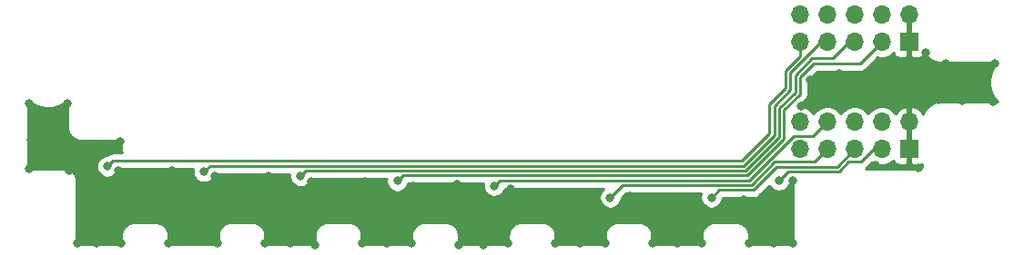
<source format=gbl>
G04 #@! TF.GenerationSoftware,KiCad,Pcbnew,(5.1.6-0-10_14)*
G04 #@! TF.CreationDate,2020-08-11T10:06:07+09:00*
G04 #@! TF.ProjectId,qPCR-photoarray,71504352-2d70-4686-9f74-6f6172726179,rev?*
G04 #@! TF.SameCoordinates,Original*
G04 #@! TF.FileFunction,Copper,L2,Bot*
G04 #@! TF.FilePolarity,Positive*
%FSLAX46Y46*%
G04 Gerber Fmt 4.6, Leading zero omitted, Abs format (unit mm)*
G04 Created by KiCad (PCBNEW (5.1.6-0-10_14)) date 2020-08-11 10:06:07*
%MOMM*%
%LPD*%
G01*
G04 APERTURE LIST*
G04 #@! TA.AperFunction,ComponentPad*
%ADD10R,1.700000X1.700000*%
G04 #@! TD*
G04 #@! TA.AperFunction,ComponentPad*
%ADD11O,1.700000X1.700000*%
G04 #@! TD*
G04 #@! TA.AperFunction,ViaPad*
%ADD12C,0.800000*%
G04 #@! TD*
G04 #@! TA.AperFunction,Conductor*
%ADD13C,0.250000*%
G04 #@! TD*
G04 #@! TA.AperFunction,Conductor*
%ADD14C,0.254000*%
G04 #@! TD*
G04 APERTURE END LIST*
D10*
G04 #@! TO.P,U2,1*
G04 #@! TO.N,GND*
X193095000Y-102000000D03*
D11*
G04 #@! TO.P,U2,2*
X193095000Y-99460000D03*
G04 #@! TO.P,U2,3*
G04 #@! TO.N,OUT16*
X190555000Y-102000000D03*
G04 #@! TO.P,U2,4*
G04 #@! TO.N,OUT15*
X190555000Y-99460000D03*
G04 #@! TO.P,U2,5*
G04 #@! TO.N,OUT14*
X188015000Y-102000000D03*
G04 #@! TO.P,U2,6*
G04 #@! TO.N,OUT13*
X188015000Y-99460000D03*
G04 #@! TO.P,U2,7*
G04 #@! TO.N,OUT12*
X185475000Y-102000000D03*
G04 #@! TO.P,U2,8*
G04 #@! TO.N,OUT10*
X185475000Y-99460000D03*
G04 #@! TO.P,U2,9*
G04 #@! TO.N,OUT11*
X182935000Y-102000000D03*
G04 #@! TO.P,U2,10*
G04 #@! TO.N,OUT9*
X182935000Y-99460000D03*
G04 #@! TD*
G04 #@! TO.P,U1,10*
G04 #@! TO.N,OUT1*
X182935000Y-89460000D03*
G04 #@! TO.P,U1,9*
G04 #@! TO.N,OUT2*
X182935000Y-92000000D03*
G04 #@! TO.P,U1,8*
G04 #@! TO.N,OUT3*
X185475000Y-89460000D03*
G04 #@! TO.P,U1,7*
G04 #@! TO.N,OUT4*
X185475000Y-92000000D03*
G04 #@! TO.P,U1,6*
G04 #@! TO.N,OUT5*
X188015000Y-89460000D03*
G04 #@! TO.P,U1,5*
G04 #@! TO.N,OUT6*
X188015000Y-92000000D03*
G04 #@! TO.P,U1,4*
G04 #@! TO.N,OUT7*
X190555000Y-89460000D03*
G04 #@! TO.P,U1,3*
G04 #@! TO.N,OUT8*
X190555000Y-92000000D03*
G04 #@! TO.P,U1,2*
G04 #@! TO.N,GND*
X193095000Y-89460000D03*
D10*
G04 #@! TO.P,U1,1*
X193095000Y-92000000D03*
G04 #@! TD*
D12*
G04 #@! TO.N,GND*
X111200000Y-97700000D03*
X194500000Y-97000000D03*
X189500000Y-98000000D03*
X195800000Y-97400000D03*
X194600000Y-93000000D03*
X201100000Y-94000000D03*
X198200000Y-95500000D03*
X196500000Y-94000000D03*
X200000000Y-95000000D03*
X114800000Y-97700000D03*
X111400000Y-101100000D03*
X111200000Y-103800000D03*
X119700000Y-101300000D03*
X115000000Y-101000000D03*
X115000000Y-104000000D03*
X119500000Y-104000000D03*
X124500000Y-104000000D03*
X122000000Y-108500000D03*
X117500000Y-110800000D03*
X135500000Y-110800000D03*
X144500000Y-110800000D03*
X153500000Y-110900000D03*
X162500000Y-110800000D03*
X171500000Y-110800000D03*
X180500000Y-110800000D03*
X182300000Y-110800000D03*
X178200000Y-110800000D03*
X173800000Y-110800000D03*
X169200000Y-110800000D03*
X164800000Y-110800000D03*
X160200000Y-110800000D03*
X155800000Y-110800000D03*
X151200000Y-110900000D03*
X146800000Y-110800000D03*
X142200000Y-110800000D03*
X137800000Y-110900000D03*
X133200000Y-110800000D03*
X128800000Y-110800000D03*
X124200000Y-110800000D03*
X119800000Y-110800000D03*
X115700000Y-110800000D03*
X122000000Y-106000000D03*
X131000000Y-106000000D03*
X131000000Y-108500000D03*
X128500000Y-104500000D03*
X133500000Y-104500000D03*
X140000000Y-108500000D03*
X140000000Y-106000000D03*
X142500000Y-105000000D03*
X137500000Y-105000000D03*
X149000000Y-108500000D03*
X149000000Y-106500000D03*
X147000000Y-105400000D03*
X151000000Y-105300000D03*
X158000000Y-108500000D03*
X158000000Y-106500000D03*
X156000000Y-105700000D03*
X159800000Y-106000000D03*
X176000000Y-108500000D03*
X174000000Y-107500000D03*
X177700000Y-106700000D03*
X190000000Y-103500000D03*
X183900000Y-95500000D03*
X183000000Y-98000000D03*
X186500000Y-98000000D03*
X192000000Y-98000000D03*
X186600000Y-94900000D03*
X190300000Y-93800000D03*
X185500000Y-96500000D03*
X188500000Y-96000000D03*
X191000000Y-96000000D03*
X193000000Y-95500000D03*
X200900000Y-97600000D03*
X198000000Y-97500000D03*
X113000000Y-103000000D03*
X113000000Y-99000000D03*
X116300000Y-102700000D03*
X167000000Y-108500000D03*
X168600000Y-106500000D03*
X167100000Y-106400000D03*
X194000000Y-103700000D03*
X182300000Y-104900000D03*
G04 #@! TO.N,OUT2*
X118500000Y-103600010D03*
G04 #@! TO.N,OUT4*
X127500000Y-104100000D03*
G04 #@! TO.N,OUT6*
X136500000Y-104500028D03*
G04 #@! TO.N,OUT8*
X145500000Y-104950038D03*
G04 #@! TO.N,OUT10*
X154500000Y-105400046D03*
G04 #@! TO.N,OUT12*
X165300000Y-106500000D03*
G04 #@! TO.N,OUT14*
X174700000Y-106500000D03*
G04 #@! TO.N,OUT16*
X181000000Y-104900000D03*
G04 #@! TD*
D13*
G04 #@! TO.N,GND*
X119500000Y-104000000D02*
X118500000Y-105000000D01*
X118500000Y-105000000D02*
X117500000Y-104000000D01*
X116500000Y-103000000D02*
X116500000Y-104000000D01*
X116500000Y-104000000D02*
X115000000Y-104000000D01*
X117500000Y-104000000D02*
X116500000Y-104000000D01*
G04 #@! TO.N,OUT2*
X119000010Y-103100000D02*
X118500000Y-103600010D01*
X177500000Y-103100000D02*
X119000010Y-103100000D01*
X182935000Y-93365000D02*
X182935000Y-92000000D01*
X177500000Y-103100000D02*
X180100000Y-100500000D01*
X180100000Y-100500000D02*
X180100000Y-97800000D01*
X180100000Y-97800000D02*
X181600000Y-96300000D01*
X181600000Y-94700000D02*
X182935000Y-93365000D01*
X181600000Y-96300000D02*
X181600000Y-94700000D01*
G04 #@! TO.N,OUT4*
X185475000Y-92635358D02*
X185475000Y-92000000D01*
X128049990Y-103550010D02*
X177686401Y-103550009D01*
X127500000Y-104100000D02*
X128049990Y-103550010D01*
X177686401Y-103550009D02*
X180550010Y-100686400D01*
X180550010Y-100686400D02*
X180550010Y-97986400D01*
X180550010Y-97986400D02*
X182050010Y-96486400D01*
X182050010Y-96486400D02*
X182050010Y-94886400D01*
X184936410Y-92000000D02*
X185475000Y-92000000D01*
X182050010Y-94886400D02*
X184936410Y-92000000D01*
G04 #@! TO.N,OUT6*
X184036410Y-93536410D02*
X185963590Y-93536410D01*
X185963590Y-93536410D02*
X187500000Y-92000000D01*
X136500000Y-104500028D02*
X137000010Y-104000018D01*
X187500000Y-92000000D02*
X188015000Y-92000000D01*
X137000010Y-104000018D02*
X177872802Y-104000018D01*
X182500020Y-96672800D02*
X182500020Y-95072800D01*
X182500020Y-95072800D02*
X184036410Y-93536410D01*
X181000020Y-98172800D02*
X182500020Y-96672800D01*
X181000020Y-100872800D02*
X181000020Y-98172800D01*
X177872802Y-104000018D02*
X181000020Y-100872800D01*
G04 #@! TO.N,OUT8*
X190536410Y-92000000D02*
X190555000Y-92000000D01*
X184222810Y-93986420D02*
X188568580Y-93986420D01*
X145500000Y-104950038D02*
X146000010Y-104450028D01*
X188568580Y-93986420D02*
X190555000Y-92000000D01*
X146000010Y-104450028D02*
X178059203Y-104450027D01*
X178059203Y-104450027D02*
X181450030Y-101059200D01*
X181450030Y-98359200D02*
X182950030Y-96859200D01*
X181450030Y-101059200D02*
X181450030Y-98359200D01*
X182950030Y-95259200D02*
X184222810Y-93986420D01*
X182950030Y-96859200D02*
X182950030Y-95259200D01*
G04 #@! TO.N,OUT10*
X184135000Y-100800000D02*
X185475000Y-99460000D01*
X182345640Y-100800000D02*
X184135000Y-100800000D01*
X178245604Y-104900036D02*
X182345640Y-100800000D01*
X155000010Y-104900036D02*
X178245604Y-104900036D01*
X154500000Y-105400046D02*
X155000010Y-104900036D01*
G04 #@! TO.N,OUT12*
X185475000Y-102547820D02*
X185475000Y-102000000D01*
X185100000Y-102000000D02*
X185475000Y-102000000D01*
X180607049Y-103175001D02*
X184299999Y-103175001D01*
X178432005Y-105350045D02*
X180607049Y-103175001D01*
X184299999Y-103175001D02*
X185475000Y-102000000D01*
X166449954Y-105350046D02*
X178432005Y-105350045D01*
X165300000Y-106500000D02*
X166449954Y-105350046D01*
G04 #@! TO.N,OUT14*
X187500000Y-102000000D02*
X188015000Y-102000000D01*
X180793449Y-103625011D02*
X186389989Y-103625011D01*
X186389989Y-103625011D02*
X188015000Y-102000000D01*
X178618406Y-105800054D02*
X180793449Y-103625011D01*
X175399946Y-105800054D02*
X178618406Y-105800054D01*
X174700000Y-106500000D02*
X175399946Y-105800054D01*
G04 #@! TO.N,OUT16*
X190390412Y-102000000D02*
X190555000Y-102000000D01*
X190200000Y-102000000D02*
X190555000Y-102000000D01*
X189800000Y-102000000D02*
X190555000Y-102000000D01*
X188624999Y-103175001D02*
X189800000Y-102000000D01*
X187476409Y-103175001D02*
X188624999Y-103175001D01*
X181824979Y-104075021D02*
X181000000Y-104900000D01*
X186675705Y-103975705D02*
X186576389Y-104075021D01*
X186576390Y-104075020D02*
X186675705Y-103975705D01*
X186576389Y-104075021D02*
X181824979Y-104075021D01*
X186675705Y-103975705D02*
X187476409Y-103175001D01*
G04 #@! TD*
D14*
G04 #@! TO.N,GND*
G36*
X114815000Y-100033646D02*
G01*
X114817852Y-100062600D01*
X114817831Y-100065573D01*
X114818764Y-100075092D01*
X114823824Y-100123233D01*
X114824912Y-100134282D01*
X114825024Y-100134650D01*
X114828964Y-100172140D01*
X114841455Y-100232990D01*
X114853082Y-100293942D01*
X114855845Y-100303096D01*
X114855847Y-100303102D01*
X114884702Y-100396317D01*
X114908754Y-100453533D01*
X114932020Y-100511119D01*
X114936510Y-100519564D01*
X114982923Y-100605401D01*
X115017638Y-100656867D01*
X115051636Y-100708821D01*
X115057680Y-100716232D01*
X115119882Y-100791421D01*
X115163930Y-100835162D01*
X115207369Y-100879522D01*
X115214739Y-100885618D01*
X115214744Y-100885623D01*
X115214750Y-100885627D01*
X115290360Y-100947294D01*
X115342041Y-100981632D01*
X115393306Y-101016733D01*
X115401719Y-101021282D01*
X115487880Y-101067094D01*
X115545296Y-101090758D01*
X115602339Y-101115208D01*
X115611475Y-101118036D01*
X115704893Y-101146241D01*
X115765813Y-101158303D01*
X115826530Y-101171209D01*
X115836042Y-101172209D01*
X115933159Y-101181731D01*
X115933163Y-101181731D01*
X115966353Y-101185000D01*
X119815000Y-101185000D01*
X119815001Y-102033647D01*
X119817852Y-102062591D01*
X119817831Y-102065573D01*
X119818764Y-102075092D01*
X119823838Y-102123369D01*
X119824913Y-102134283D01*
X119825023Y-102134647D01*
X119828964Y-102172140D01*
X119841455Y-102232990D01*
X119853082Y-102293942D01*
X119855845Y-102303096D01*
X119855847Y-102303102D01*
X119867269Y-102340000D01*
X119037333Y-102340000D01*
X119000010Y-102336324D01*
X118962687Y-102340000D01*
X118962677Y-102340000D01*
X118851024Y-102350997D01*
X118727309Y-102388525D01*
X118707763Y-102394454D01*
X118575733Y-102465026D01*
X118547656Y-102488069D01*
X118460009Y-102559999D01*
X118455897Y-102565010D01*
X118398061Y-102565010D01*
X118198102Y-102604784D01*
X118009744Y-102682805D01*
X117840226Y-102796073D01*
X117696063Y-102940236D01*
X117582795Y-103109754D01*
X117504774Y-103298112D01*
X117465000Y-103498071D01*
X117465000Y-103701949D01*
X117504774Y-103901908D01*
X117582795Y-104090266D01*
X117696063Y-104259784D01*
X117840226Y-104403947D01*
X118009744Y-104517215D01*
X118198102Y-104595236D01*
X118398061Y-104635010D01*
X118601939Y-104635010D01*
X118801898Y-104595236D01*
X118990256Y-104517215D01*
X119159774Y-104403947D01*
X119303937Y-104259784D01*
X119417205Y-104090266D01*
X119495226Y-103901908D01*
X119503562Y-103860000D01*
X126492462Y-103860000D01*
X126465000Y-103998061D01*
X126465000Y-104201939D01*
X126504774Y-104401898D01*
X126582795Y-104590256D01*
X126696063Y-104759774D01*
X126840226Y-104903937D01*
X127009744Y-105017205D01*
X127198102Y-105095226D01*
X127398061Y-105135000D01*
X127601939Y-105135000D01*
X127801898Y-105095226D01*
X127990256Y-105017205D01*
X128159774Y-104903937D01*
X128303937Y-104759774D01*
X128417205Y-104590256D01*
X128495226Y-104401898D01*
X128513504Y-104310010D01*
X135482520Y-104310010D01*
X135465000Y-104398089D01*
X135465000Y-104601967D01*
X135504774Y-104801926D01*
X135582795Y-104990284D01*
X135696063Y-105159802D01*
X135840226Y-105303965D01*
X136009744Y-105417233D01*
X136198102Y-105495254D01*
X136398061Y-105535028D01*
X136601939Y-105535028D01*
X136801898Y-105495254D01*
X136990256Y-105417233D01*
X137159774Y-105303965D01*
X137303937Y-105159802D01*
X137417205Y-104990284D01*
X137495226Y-104801926D01*
X137503562Y-104760018D01*
X144482520Y-104760018D01*
X144465000Y-104848099D01*
X144465000Y-105051977D01*
X144504774Y-105251936D01*
X144582795Y-105440294D01*
X144696063Y-105609812D01*
X144840226Y-105753975D01*
X145009744Y-105867243D01*
X145198102Y-105945264D01*
X145398061Y-105985038D01*
X145601939Y-105985038D01*
X145801898Y-105945264D01*
X145990256Y-105867243D01*
X146159774Y-105753975D01*
X146303937Y-105609812D01*
X146417205Y-105440294D01*
X146495226Y-105251936D01*
X146503562Y-105210028D01*
X153482520Y-105210028D01*
X153465000Y-105298107D01*
X153465000Y-105501985D01*
X153504774Y-105701944D01*
X153582795Y-105890302D01*
X153696063Y-106059820D01*
X153840226Y-106203983D01*
X154009744Y-106317251D01*
X154198102Y-106395272D01*
X154398061Y-106435046D01*
X154601939Y-106435046D01*
X154801898Y-106395272D01*
X154990256Y-106317251D01*
X155159774Y-106203983D01*
X155303937Y-106059820D01*
X155417205Y-105890302D01*
X155495226Y-105701944D01*
X155503562Y-105660036D01*
X164694144Y-105660036D01*
X164640226Y-105696063D01*
X164496063Y-105840226D01*
X164382795Y-106009744D01*
X164304774Y-106198102D01*
X164265000Y-106398061D01*
X164265000Y-106601939D01*
X164304774Y-106801898D01*
X164382795Y-106990256D01*
X164496063Y-107159774D01*
X164640226Y-107303937D01*
X164809744Y-107417205D01*
X164998102Y-107495226D01*
X165198061Y-107535000D01*
X165401939Y-107535000D01*
X165601898Y-107495226D01*
X165790256Y-107417205D01*
X165959774Y-107303937D01*
X166103937Y-107159774D01*
X166217205Y-106990256D01*
X166295226Y-106801898D01*
X166335000Y-106601939D01*
X166335000Y-106539801D01*
X166764756Y-106110046D01*
X173741249Y-106110045D01*
X173704774Y-106198102D01*
X173665000Y-106398061D01*
X173665000Y-106601939D01*
X173704774Y-106801898D01*
X173782795Y-106990256D01*
X173896063Y-107159774D01*
X174040226Y-107303937D01*
X174209744Y-107417205D01*
X174398102Y-107495226D01*
X174598061Y-107535000D01*
X174801939Y-107535000D01*
X175001898Y-107495226D01*
X175190256Y-107417205D01*
X175359774Y-107303937D01*
X175503937Y-107159774D01*
X175617205Y-106990256D01*
X175695226Y-106801898D01*
X175735000Y-106601939D01*
X175735000Y-106560054D01*
X178581084Y-106560054D01*
X178618406Y-106563730D01*
X178655728Y-106560054D01*
X178655739Y-106560054D01*
X178767392Y-106549057D01*
X178910653Y-106505600D01*
X179042682Y-106435028D01*
X179158407Y-106340055D01*
X179182210Y-106311051D01*
X180090890Y-105402371D01*
X180196063Y-105559774D01*
X180340226Y-105703937D01*
X180509744Y-105817205D01*
X180698102Y-105895226D01*
X180898061Y-105935000D01*
X181101939Y-105935000D01*
X181301898Y-105895226D01*
X181490256Y-105817205D01*
X181659774Y-105703937D01*
X181803937Y-105559774D01*
X181917205Y-105390256D01*
X181995226Y-105201898D01*
X182035000Y-105001939D01*
X182035000Y-104939802D01*
X182139781Y-104835021D01*
X182327898Y-104835021D01*
X182327791Y-104836041D01*
X182318269Y-104933159D01*
X182318269Y-104933173D01*
X182315001Y-104966353D01*
X182315000Y-110815000D01*
X178185000Y-110815000D01*
X178185000Y-109966353D01*
X178182148Y-109937399D01*
X178182169Y-109934427D01*
X178181236Y-109924909D01*
X178176179Y-109876790D01*
X178175088Y-109865717D01*
X178174976Y-109865348D01*
X178171036Y-109827860D01*
X178158547Y-109767017D01*
X178146918Y-109706058D01*
X178144154Y-109696902D01*
X178115298Y-109603683D01*
X178091232Y-109546434D01*
X178067979Y-109488881D01*
X178063489Y-109480436D01*
X178017077Y-109394598D01*
X177982350Y-109343115D01*
X177948364Y-109291179D01*
X177942320Y-109283767D01*
X177880118Y-109208579D01*
X177836051Y-109164818D01*
X177792630Y-109120478D01*
X177785261Y-109114381D01*
X177709640Y-109052706D01*
X177657959Y-109018368D01*
X177606694Y-108983267D01*
X177598281Y-108978718D01*
X177512120Y-108932906D01*
X177454704Y-108909242D01*
X177397661Y-108884792D01*
X177388525Y-108881964D01*
X177295107Y-108853759D01*
X177234195Y-108841698D01*
X177173471Y-108828791D01*
X177163959Y-108827791D01*
X177066841Y-108818269D01*
X177066837Y-108818269D01*
X177033647Y-108815000D01*
X174966353Y-108815000D01*
X174937399Y-108817852D01*
X174934427Y-108817831D01*
X174924909Y-108818764D01*
X174876790Y-108823821D01*
X174865717Y-108824912D01*
X174865348Y-108825024D01*
X174827860Y-108828964D01*
X174767017Y-108841453D01*
X174706058Y-108853082D01*
X174696902Y-108855846D01*
X174603683Y-108884702D01*
X174546434Y-108908768D01*
X174488881Y-108932021D01*
X174480436Y-108936511D01*
X174394598Y-108982923D01*
X174343115Y-109017650D01*
X174291179Y-109051636D01*
X174283767Y-109057680D01*
X174208579Y-109119882D01*
X174164818Y-109163949D01*
X174120478Y-109207370D01*
X174114381Y-109214739D01*
X174052706Y-109290360D01*
X174018368Y-109342041D01*
X173983267Y-109393306D01*
X173978718Y-109401719D01*
X173932906Y-109487880D01*
X173909242Y-109545296D01*
X173884792Y-109602339D01*
X173881964Y-109611475D01*
X173853759Y-109704893D01*
X173841698Y-109765805D01*
X173828791Y-109826529D01*
X173827791Y-109836041D01*
X173818269Y-109933159D01*
X173818269Y-109933173D01*
X173815001Y-109966353D01*
X173815000Y-110815000D01*
X169185000Y-110815000D01*
X169185000Y-109966353D01*
X169182148Y-109937399D01*
X169182169Y-109934427D01*
X169181236Y-109924909D01*
X169176179Y-109876790D01*
X169175088Y-109865717D01*
X169174976Y-109865348D01*
X169171036Y-109827860D01*
X169158547Y-109767017D01*
X169146918Y-109706058D01*
X169144154Y-109696902D01*
X169115298Y-109603683D01*
X169091232Y-109546434D01*
X169067979Y-109488881D01*
X169063489Y-109480436D01*
X169017077Y-109394598D01*
X168982350Y-109343115D01*
X168948364Y-109291179D01*
X168942320Y-109283767D01*
X168880118Y-109208579D01*
X168836051Y-109164818D01*
X168792630Y-109120478D01*
X168785261Y-109114381D01*
X168709640Y-109052706D01*
X168657959Y-109018368D01*
X168606694Y-108983267D01*
X168598281Y-108978718D01*
X168512120Y-108932906D01*
X168454704Y-108909242D01*
X168397661Y-108884792D01*
X168388525Y-108881964D01*
X168295107Y-108853759D01*
X168234195Y-108841698D01*
X168173471Y-108828791D01*
X168163959Y-108827791D01*
X168066841Y-108818269D01*
X168066837Y-108818269D01*
X168033647Y-108815000D01*
X165966353Y-108815000D01*
X165937399Y-108817852D01*
X165934427Y-108817831D01*
X165924909Y-108818764D01*
X165876790Y-108823821D01*
X165865717Y-108824912D01*
X165865348Y-108825024D01*
X165827860Y-108828964D01*
X165767017Y-108841453D01*
X165706058Y-108853082D01*
X165696902Y-108855846D01*
X165603683Y-108884702D01*
X165546434Y-108908768D01*
X165488881Y-108932021D01*
X165480436Y-108936511D01*
X165394598Y-108982923D01*
X165343115Y-109017650D01*
X165291179Y-109051636D01*
X165283767Y-109057680D01*
X165208579Y-109119882D01*
X165164818Y-109163949D01*
X165120478Y-109207370D01*
X165114381Y-109214739D01*
X165052706Y-109290360D01*
X165018368Y-109342041D01*
X164983267Y-109393306D01*
X164978718Y-109401719D01*
X164932906Y-109487880D01*
X164909242Y-109545296D01*
X164884792Y-109602339D01*
X164881964Y-109611475D01*
X164853759Y-109704893D01*
X164841698Y-109765805D01*
X164828791Y-109826529D01*
X164827791Y-109836041D01*
X164818269Y-109933159D01*
X164818269Y-109933173D01*
X164815001Y-109966353D01*
X164815000Y-110815000D01*
X160185000Y-110815000D01*
X160185000Y-109966353D01*
X160182148Y-109937399D01*
X160182169Y-109934427D01*
X160181236Y-109924909D01*
X160176179Y-109876790D01*
X160175088Y-109865717D01*
X160174976Y-109865348D01*
X160171036Y-109827860D01*
X160158547Y-109767017D01*
X160146918Y-109706058D01*
X160144154Y-109696902D01*
X160115298Y-109603683D01*
X160091232Y-109546434D01*
X160067979Y-109488881D01*
X160063489Y-109480436D01*
X160017077Y-109394598D01*
X159982350Y-109343115D01*
X159948364Y-109291179D01*
X159942320Y-109283767D01*
X159880118Y-109208579D01*
X159836051Y-109164818D01*
X159792630Y-109120478D01*
X159785261Y-109114381D01*
X159709640Y-109052706D01*
X159657959Y-109018368D01*
X159606694Y-108983267D01*
X159598281Y-108978718D01*
X159512120Y-108932906D01*
X159454704Y-108909242D01*
X159397661Y-108884792D01*
X159388525Y-108881964D01*
X159295107Y-108853759D01*
X159234195Y-108841698D01*
X159173471Y-108828791D01*
X159163959Y-108827791D01*
X159066841Y-108818269D01*
X159066837Y-108818269D01*
X159033647Y-108815000D01*
X156966353Y-108815000D01*
X156937399Y-108817852D01*
X156934427Y-108817831D01*
X156924909Y-108818764D01*
X156876790Y-108823821D01*
X156865717Y-108824912D01*
X156865348Y-108825024D01*
X156827860Y-108828964D01*
X156767017Y-108841453D01*
X156706058Y-108853082D01*
X156696902Y-108855846D01*
X156603683Y-108884702D01*
X156546434Y-108908768D01*
X156488881Y-108932021D01*
X156480436Y-108936511D01*
X156394598Y-108982923D01*
X156343115Y-109017650D01*
X156291179Y-109051636D01*
X156283767Y-109057680D01*
X156208579Y-109119882D01*
X156164818Y-109163949D01*
X156120478Y-109207370D01*
X156114381Y-109214739D01*
X156052706Y-109290360D01*
X156018368Y-109342041D01*
X155983267Y-109393306D01*
X155978718Y-109401719D01*
X155932906Y-109487880D01*
X155909242Y-109545296D01*
X155884792Y-109602339D01*
X155881964Y-109611475D01*
X155853759Y-109704893D01*
X155841698Y-109765805D01*
X155828791Y-109826529D01*
X155827791Y-109836041D01*
X155818269Y-109933159D01*
X155818269Y-109933173D01*
X155815001Y-109966353D01*
X155815000Y-110815000D01*
X151185000Y-110815000D01*
X151185000Y-109966353D01*
X151182148Y-109937399D01*
X151182169Y-109934427D01*
X151181236Y-109924909D01*
X151176179Y-109876790D01*
X151175088Y-109865717D01*
X151174976Y-109865348D01*
X151171036Y-109827860D01*
X151158547Y-109767017D01*
X151146918Y-109706058D01*
X151144154Y-109696902D01*
X151115298Y-109603683D01*
X151091232Y-109546434D01*
X151067979Y-109488881D01*
X151063489Y-109480436D01*
X151017077Y-109394598D01*
X150982350Y-109343115D01*
X150948364Y-109291179D01*
X150942320Y-109283767D01*
X150880118Y-109208579D01*
X150836051Y-109164818D01*
X150792630Y-109120478D01*
X150785261Y-109114381D01*
X150709640Y-109052706D01*
X150657959Y-109018368D01*
X150606694Y-108983267D01*
X150598281Y-108978718D01*
X150512120Y-108932906D01*
X150454704Y-108909242D01*
X150397661Y-108884792D01*
X150388525Y-108881964D01*
X150295107Y-108853759D01*
X150234195Y-108841698D01*
X150173471Y-108828791D01*
X150163959Y-108827791D01*
X150066841Y-108818269D01*
X150066837Y-108818269D01*
X150033647Y-108815000D01*
X147966353Y-108815000D01*
X147937399Y-108817852D01*
X147934427Y-108817831D01*
X147924909Y-108818764D01*
X147876790Y-108823821D01*
X147865717Y-108824912D01*
X147865348Y-108825024D01*
X147827860Y-108828964D01*
X147767017Y-108841453D01*
X147706058Y-108853082D01*
X147696902Y-108855846D01*
X147603683Y-108884702D01*
X147546434Y-108908768D01*
X147488881Y-108932021D01*
X147480436Y-108936511D01*
X147394598Y-108982923D01*
X147343115Y-109017650D01*
X147291179Y-109051636D01*
X147283767Y-109057680D01*
X147208579Y-109119882D01*
X147164818Y-109163949D01*
X147120478Y-109207370D01*
X147114381Y-109214739D01*
X147052706Y-109290360D01*
X147018368Y-109342041D01*
X146983267Y-109393306D01*
X146978718Y-109401719D01*
X146932906Y-109487880D01*
X146909242Y-109545296D01*
X146884792Y-109602339D01*
X146881964Y-109611475D01*
X146853759Y-109704893D01*
X146841698Y-109765805D01*
X146828791Y-109826529D01*
X146827791Y-109836041D01*
X146818269Y-109933159D01*
X146818269Y-109933173D01*
X146815001Y-109966353D01*
X146815000Y-110815000D01*
X142185000Y-110815000D01*
X142185000Y-109966353D01*
X142182148Y-109937399D01*
X142182169Y-109934427D01*
X142181236Y-109924909D01*
X142176179Y-109876790D01*
X142175088Y-109865717D01*
X142174976Y-109865348D01*
X142171036Y-109827860D01*
X142158547Y-109767017D01*
X142146918Y-109706058D01*
X142144154Y-109696902D01*
X142115298Y-109603683D01*
X142091232Y-109546434D01*
X142067979Y-109488881D01*
X142063489Y-109480436D01*
X142017077Y-109394598D01*
X141982350Y-109343115D01*
X141948364Y-109291179D01*
X141942320Y-109283767D01*
X141880118Y-109208579D01*
X141836051Y-109164818D01*
X141792630Y-109120478D01*
X141785261Y-109114381D01*
X141709640Y-109052706D01*
X141657959Y-109018368D01*
X141606694Y-108983267D01*
X141598281Y-108978718D01*
X141512120Y-108932906D01*
X141454704Y-108909242D01*
X141397661Y-108884792D01*
X141388525Y-108881964D01*
X141295107Y-108853759D01*
X141234195Y-108841698D01*
X141173471Y-108828791D01*
X141163959Y-108827791D01*
X141066841Y-108818269D01*
X141066837Y-108818269D01*
X141033647Y-108815000D01*
X138966353Y-108815000D01*
X138937399Y-108817852D01*
X138934427Y-108817831D01*
X138924909Y-108818764D01*
X138876790Y-108823821D01*
X138865717Y-108824912D01*
X138865348Y-108825024D01*
X138827860Y-108828964D01*
X138767017Y-108841453D01*
X138706058Y-108853082D01*
X138696902Y-108855846D01*
X138603683Y-108884702D01*
X138546434Y-108908768D01*
X138488881Y-108932021D01*
X138480436Y-108936511D01*
X138394598Y-108982923D01*
X138343115Y-109017650D01*
X138291179Y-109051636D01*
X138283767Y-109057680D01*
X138208579Y-109119882D01*
X138164818Y-109163949D01*
X138120478Y-109207370D01*
X138114381Y-109214739D01*
X138052706Y-109290360D01*
X138018368Y-109342041D01*
X137983267Y-109393306D01*
X137978718Y-109401719D01*
X137932906Y-109487880D01*
X137909242Y-109545296D01*
X137884792Y-109602339D01*
X137881964Y-109611475D01*
X137853759Y-109704893D01*
X137841698Y-109765805D01*
X137828791Y-109826529D01*
X137827791Y-109836041D01*
X137818269Y-109933159D01*
X137818269Y-109933173D01*
X137815001Y-109966353D01*
X137815000Y-110815000D01*
X133185000Y-110815000D01*
X133185000Y-109966353D01*
X133182148Y-109937399D01*
X133182169Y-109934427D01*
X133181236Y-109924909D01*
X133176179Y-109876790D01*
X133175088Y-109865717D01*
X133174976Y-109865348D01*
X133171036Y-109827860D01*
X133158547Y-109767017D01*
X133146918Y-109706058D01*
X133144154Y-109696902D01*
X133115298Y-109603683D01*
X133091232Y-109546434D01*
X133067979Y-109488881D01*
X133063489Y-109480436D01*
X133017077Y-109394598D01*
X132982350Y-109343115D01*
X132948364Y-109291179D01*
X132942320Y-109283767D01*
X132880118Y-109208579D01*
X132836051Y-109164818D01*
X132792630Y-109120478D01*
X132785261Y-109114381D01*
X132709640Y-109052706D01*
X132657959Y-109018368D01*
X132606694Y-108983267D01*
X132598281Y-108978718D01*
X132512120Y-108932906D01*
X132454704Y-108909242D01*
X132397661Y-108884792D01*
X132388525Y-108881964D01*
X132295107Y-108853759D01*
X132234195Y-108841698D01*
X132173471Y-108828791D01*
X132163959Y-108827791D01*
X132066841Y-108818269D01*
X132066837Y-108818269D01*
X132033647Y-108815000D01*
X129966353Y-108815000D01*
X129937399Y-108817852D01*
X129934427Y-108817831D01*
X129924909Y-108818764D01*
X129876790Y-108823821D01*
X129865717Y-108824912D01*
X129865348Y-108825024D01*
X129827860Y-108828964D01*
X129767017Y-108841453D01*
X129706058Y-108853082D01*
X129696902Y-108855846D01*
X129603683Y-108884702D01*
X129546434Y-108908768D01*
X129488881Y-108932021D01*
X129480436Y-108936511D01*
X129394598Y-108982923D01*
X129343115Y-109017650D01*
X129291179Y-109051636D01*
X129283767Y-109057680D01*
X129208579Y-109119882D01*
X129164818Y-109163949D01*
X129120478Y-109207370D01*
X129114381Y-109214739D01*
X129052706Y-109290360D01*
X129018368Y-109342041D01*
X128983267Y-109393306D01*
X128978718Y-109401719D01*
X128932906Y-109487880D01*
X128909242Y-109545296D01*
X128884792Y-109602339D01*
X128881964Y-109611475D01*
X128853759Y-109704893D01*
X128841698Y-109765805D01*
X128828791Y-109826529D01*
X128827791Y-109836041D01*
X128818269Y-109933159D01*
X128818269Y-109933173D01*
X128815001Y-109966353D01*
X128815000Y-110815000D01*
X124185000Y-110815000D01*
X124185000Y-109966353D01*
X124182148Y-109937399D01*
X124182169Y-109934427D01*
X124181236Y-109924909D01*
X124176179Y-109876790D01*
X124175088Y-109865717D01*
X124174976Y-109865348D01*
X124171036Y-109827860D01*
X124158547Y-109767017D01*
X124146918Y-109706058D01*
X124144154Y-109696902D01*
X124115298Y-109603683D01*
X124091232Y-109546434D01*
X124067979Y-109488881D01*
X124063489Y-109480436D01*
X124017077Y-109394598D01*
X123982350Y-109343115D01*
X123948364Y-109291179D01*
X123942320Y-109283767D01*
X123880118Y-109208579D01*
X123836051Y-109164818D01*
X123792630Y-109120478D01*
X123785261Y-109114381D01*
X123709640Y-109052706D01*
X123657959Y-109018368D01*
X123606694Y-108983267D01*
X123598281Y-108978718D01*
X123512120Y-108932906D01*
X123454704Y-108909242D01*
X123397661Y-108884792D01*
X123388525Y-108881964D01*
X123295107Y-108853759D01*
X123234195Y-108841698D01*
X123173471Y-108828791D01*
X123163959Y-108827791D01*
X123066841Y-108818269D01*
X123066837Y-108818269D01*
X123033647Y-108815000D01*
X120966353Y-108815000D01*
X120937399Y-108817852D01*
X120934427Y-108817831D01*
X120924909Y-108818764D01*
X120876790Y-108823821D01*
X120865717Y-108824912D01*
X120865348Y-108825024D01*
X120827860Y-108828964D01*
X120767017Y-108841453D01*
X120706058Y-108853082D01*
X120696902Y-108855846D01*
X120603683Y-108884702D01*
X120546434Y-108908768D01*
X120488881Y-108932021D01*
X120480436Y-108936511D01*
X120394598Y-108982923D01*
X120343115Y-109017650D01*
X120291179Y-109051636D01*
X120283767Y-109057680D01*
X120208579Y-109119882D01*
X120164818Y-109163949D01*
X120120478Y-109207370D01*
X120114381Y-109214739D01*
X120052706Y-109290360D01*
X120018368Y-109342041D01*
X119983267Y-109393306D01*
X119978718Y-109401719D01*
X119932906Y-109487880D01*
X119909242Y-109545296D01*
X119884792Y-109602339D01*
X119881964Y-109611475D01*
X119853759Y-109704893D01*
X119841698Y-109765805D01*
X119828791Y-109826529D01*
X119827791Y-109836041D01*
X119818269Y-109933159D01*
X119818269Y-109933173D01*
X119815001Y-109966353D01*
X119815000Y-110815000D01*
X115685000Y-110815000D01*
X115685000Y-104966353D01*
X115682148Y-104937399D01*
X115682169Y-104934427D01*
X115681236Y-104924909D01*
X115676179Y-104876790D01*
X115675088Y-104865717D01*
X115674976Y-104865348D01*
X115671036Y-104827860D01*
X115658547Y-104767017D01*
X115646918Y-104706058D01*
X115644154Y-104696902D01*
X115615298Y-104603683D01*
X115591226Y-104546419D01*
X115567979Y-104488881D01*
X115563489Y-104480436D01*
X115517077Y-104394598D01*
X115482350Y-104343115D01*
X115448364Y-104291179D01*
X115442320Y-104283767D01*
X115380118Y-104208579D01*
X115336051Y-104164818D01*
X115292630Y-104120478D01*
X115285261Y-104114381D01*
X115209640Y-104052706D01*
X115157959Y-104018368D01*
X115106694Y-103983267D01*
X115098281Y-103978718D01*
X115012120Y-103932906D01*
X114954704Y-103909242D01*
X114897661Y-103884792D01*
X114888525Y-103881964D01*
X114795107Y-103853759D01*
X114734195Y-103841698D01*
X114673471Y-103828791D01*
X114663959Y-103827791D01*
X114566841Y-103818269D01*
X114566837Y-103818269D01*
X114533647Y-103815000D01*
X111185000Y-103815000D01*
X111185000Y-97370177D01*
X111442564Y-97627741D01*
X111842721Y-97895117D01*
X112287351Y-98079289D01*
X112759368Y-98173179D01*
X113240632Y-98173179D01*
X113712649Y-98079289D01*
X114157279Y-97895117D01*
X114557436Y-97627741D01*
X114815000Y-97370177D01*
X114815000Y-100033646D01*
G37*
X114815000Y-100033646D02*
X114817852Y-100062600D01*
X114817831Y-100065573D01*
X114818764Y-100075092D01*
X114823824Y-100123233D01*
X114824912Y-100134282D01*
X114825024Y-100134650D01*
X114828964Y-100172140D01*
X114841455Y-100232990D01*
X114853082Y-100293942D01*
X114855845Y-100303096D01*
X114855847Y-100303102D01*
X114884702Y-100396317D01*
X114908754Y-100453533D01*
X114932020Y-100511119D01*
X114936510Y-100519564D01*
X114982923Y-100605401D01*
X115017638Y-100656867D01*
X115051636Y-100708821D01*
X115057680Y-100716232D01*
X115119882Y-100791421D01*
X115163930Y-100835162D01*
X115207369Y-100879522D01*
X115214739Y-100885618D01*
X115214744Y-100885623D01*
X115214750Y-100885627D01*
X115290360Y-100947294D01*
X115342041Y-100981632D01*
X115393306Y-101016733D01*
X115401719Y-101021282D01*
X115487880Y-101067094D01*
X115545296Y-101090758D01*
X115602339Y-101115208D01*
X115611475Y-101118036D01*
X115704893Y-101146241D01*
X115765813Y-101158303D01*
X115826530Y-101171209D01*
X115836042Y-101172209D01*
X115933159Y-101181731D01*
X115933163Y-101181731D01*
X115966353Y-101185000D01*
X119815000Y-101185000D01*
X119815001Y-102033647D01*
X119817852Y-102062591D01*
X119817831Y-102065573D01*
X119818764Y-102075092D01*
X119823838Y-102123369D01*
X119824913Y-102134283D01*
X119825023Y-102134647D01*
X119828964Y-102172140D01*
X119841455Y-102232990D01*
X119853082Y-102293942D01*
X119855845Y-102303096D01*
X119855847Y-102303102D01*
X119867269Y-102340000D01*
X119037333Y-102340000D01*
X119000010Y-102336324D01*
X118962687Y-102340000D01*
X118962677Y-102340000D01*
X118851024Y-102350997D01*
X118727309Y-102388525D01*
X118707763Y-102394454D01*
X118575733Y-102465026D01*
X118547656Y-102488069D01*
X118460009Y-102559999D01*
X118455897Y-102565010D01*
X118398061Y-102565010D01*
X118198102Y-102604784D01*
X118009744Y-102682805D01*
X117840226Y-102796073D01*
X117696063Y-102940236D01*
X117582795Y-103109754D01*
X117504774Y-103298112D01*
X117465000Y-103498071D01*
X117465000Y-103701949D01*
X117504774Y-103901908D01*
X117582795Y-104090266D01*
X117696063Y-104259784D01*
X117840226Y-104403947D01*
X118009744Y-104517215D01*
X118198102Y-104595236D01*
X118398061Y-104635010D01*
X118601939Y-104635010D01*
X118801898Y-104595236D01*
X118990256Y-104517215D01*
X119159774Y-104403947D01*
X119303937Y-104259784D01*
X119417205Y-104090266D01*
X119495226Y-103901908D01*
X119503562Y-103860000D01*
X126492462Y-103860000D01*
X126465000Y-103998061D01*
X126465000Y-104201939D01*
X126504774Y-104401898D01*
X126582795Y-104590256D01*
X126696063Y-104759774D01*
X126840226Y-104903937D01*
X127009744Y-105017205D01*
X127198102Y-105095226D01*
X127398061Y-105135000D01*
X127601939Y-105135000D01*
X127801898Y-105095226D01*
X127990256Y-105017205D01*
X128159774Y-104903937D01*
X128303937Y-104759774D01*
X128417205Y-104590256D01*
X128495226Y-104401898D01*
X128513504Y-104310010D01*
X135482520Y-104310010D01*
X135465000Y-104398089D01*
X135465000Y-104601967D01*
X135504774Y-104801926D01*
X135582795Y-104990284D01*
X135696063Y-105159802D01*
X135840226Y-105303965D01*
X136009744Y-105417233D01*
X136198102Y-105495254D01*
X136398061Y-105535028D01*
X136601939Y-105535028D01*
X136801898Y-105495254D01*
X136990256Y-105417233D01*
X137159774Y-105303965D01*
X137303937Y-105159802D01*
X137417205Y-104990284D01*
X137495226Y-104801926D01*
X137503562Y-104760018D01*
X144482520Y-104760018D01*
X144465000Y-104848099D01*
X144465000Y-105051977D01*
X144504774Y-105251936D01*
X144582795Y-105440294D01*
X144696063Y-105609812D01*
X144840226Y-105753975D01*
X145009744Y-105867243D01*
X145198102Y-105945264D01*
X145398061Y-105985038D01*
X145601939Y-105985038D01*
X145801898Y-105945264D01*
X145990256Y-105867243D01*
X146159774Y-105753975D01*
X146303937Y-105609812D01*
X146417205Y-105440294D01*
X146495226Y-105251936D01*
X146503562Y-105210028D01*
X153482520Y-105210028D01*
X153465000Y-105298107D01*
X153465000Y-105501985D01*
X153504774Y-105701944D01*
X153582795Y-105890302D01*
X153696063Y-106059820D01*
X153840226Y-106203983D01*
X154009744Y-106317251D01*
X154198102Y-106395272D01*
X154398061Y-106435046D01*
X154601939Y-106435046D01*
X154801898Y-106395272D01*
X154990256Y-106317251D01*
X155159774Y-106203983D01*
X155303937Y-106059820D01*
X155417205Y-105890302D01*
X155495226Y-105701944D01*
X155503562Y-105660036D01*
X164694144Y-105660036D01*
X164640226Y-105696063D01*
X164496063Y-105840226D01*
X164382795Y-106009744D01*
X164304774Y-106198102D01*
X164265000Y-106398061D01*
X164265000Y-106601939D01*
X164304774Y-106801898D01*
X164382795Y-106990256D01*
X164496063Y-107159774D01*
X164640226Y-107303937D01*
X164809744Y-107417205D01*
X164998102Y-107495226D01*
X165198061Y-107535000D01*
X165401939Y-107535000D01*
X165601898Y-107495226D01*
X165790256Y-107417205D01*
X165959774Y-107303937D01*
X166103937Y-107159774D01*
X166217205Y-106990256D01*
X166295226Y-106801898D01*
X166335000Y-106601939D01*
X166335000Y-106539801D01*
X166764756Y-106110046D01*
X173741249Y-106110045D01*
X173704774Y-106198102D01*
X173665000Y-106398061D01*
X173665000Y-106601939D01*
X173704774Y-106801898D01*
X173782795Y-106990256D01*
X173896063Y-107159774D01*
X174040226Y-107303937D01*
X174209744Y-107417205D01*
X174398102Y-107495226D01*
X174598061Y-107535000D01*
X174801939Y-107535000D01*
X175001898Y-107495226D01*
X175190256Y-107417205D01*
X175359774Y-107303937D01*
X175503937Y-107159774D01*
X175617205Y-106990256D01*
X175695226Y-106801898D01*
X175735000Y-106601939D01*
X175735000Y-106560054D01*
X178581084Y-106560054D01*
X178618406Y-106563730D01*
X178655728Y-106560054D01*
X178655739Y-106560054D01*
X178767392Y-106549057D01*
X178910653Y-106505600D01*
X179042682Y-106435028D01*
X179158407Y-106340055D01*
X179182210Y-106311051D01*
X180090890Y-105402371D01*
X180196063Y-105559774D01*
X180340226Y-105703937D01*
X180509744Y-105817205D01*
X180698102Y-105895226D01*
X180898061Y-105935000D01*
X181101939Y-105935000D01*
X181301898Y-105895226D01*
X181490256Y-105817205D01*
X181659774Y-105703937D01*
X181803937Y-105559774D01*
X181917205Y-105390256D01*
X181995226Y-105201898D01*
X182035000Y-105001939D01*
X182035000Y-104939802D01*
X182139781Y-104835021D01*
X182327898Y-104835021D01*
X182327791Y-104836041D01*
X182318269Y-104933159D01*
X182318269Y-104933173D01*
X182315001Y-104966353D01*
X182315000Y-110815000D01*
X178185000Y-110815000D01*
X178185000Y-109966353D01*
X178182148Y-109937399D01*
X178182169Y-109934427D01*
X178181236Y-109924909D01*
X178176179Y-109876790D01*
X178175088Y-109865717D01*
X178174976Y-109865348D01*
X178171036Y-109827860D01*
X178158547Y-109767017D01*
X178146918Y-109706058D01*
X178144154Y-109696902D01*
X178115298Y-109603683D01*
X178091232Y-109546434D01*
X178067979Y-109488881D01*
X178063489Y-109480436D01*
X178017077Y-109394598D01*
X177982350Y-109343115D01*
X177948364Y-109291179D01*
X177942320Y-109283767D01*
X177880118Y-109208579D01*
X177836051Y-109164818D01*
X177792630Y-109120478D01*
X177785261Y-109114381D01*
X177709640Y-109052706D01*
X177657959Y-109018368D01*
X177606694Y-108983267D01*
X177598281Y-108978718D01*
X177512120Y-108932906D01*
X177454704Y-108909242D01*
X177397661Y-108884792D01*
X177388525Y-108881964D01*
X177295107Y-108853759D01*
X177234195Y-108841698D01*
X177173471Y-108828791D01*
X177163959Y-108827791D01*
X177066841Y-108818269D01*
X177066837Y-108818269D01*
X177033647Y-108815000D01*
X174966353Y-108815000D01*
X174937399Y-108817852D01*
X174934427Y-108817831D01*
X174924909Y-108818764D01*
X174876790Y-108823821D01*
X174865717Y-108824912D01*
X174865348Y-108825024D01*
X174827860Y-108828964D01*
X174767017Y-108841453D01*
X174706058Y-108853082D01*
X174696902Y-108855846D01*
X174603683Y-108884702D01*
X174546434Y-108908768D01*
X174488881Y-108932021D01*
X174480436Y-108936511D01*
X174394598Y-108982923D01*
X174343115Y-109017650D01*
X174291179Y-109051636D01*
X174283767Y-109057680D01*
X174208579Y-109119882D01*
X174164818Y-109163949D01*
X174120478Y-109207370D01*
X174114381Y-109214739D01*
X174052706Y-109290360D01*
X174018368Y-109342041D01*
X173983267Y-109393306D01*
X173978718Y-109401719D01*
X173932906Y-109487880D01*
X173909242Y-109545296D01*
X173884792Y-109602339D01*
X173881964Y-109611475D01*
X173853759Y-109704893D01*
X173841698Y-109765805D01*
X173828791Y-109826529D01*
X173827791Y-109836041D01*
X173818269Y-109933159D01*
X173818269Y-109933173D01*
X173815001Y-109966353D01*
X173815000Y-110815000D01*
X169185000Y-110815000D01*
X169185000Y-109966353D01*
X169182148Y-109937399D01*
X169182169Y-109934427D01*
X169181236Y-109924909D01*
X169176179Y-109876790D01*
X169175088Y-109865717D01*
X169174976Y-109865348D01*
X169171036Y-109827860D01*
X169158547Y-109767017D01*
X169146918Y-109706058D01*
X169144154Y-109696902D01*
X169115298Y-109603683D01*
X169091232Y-109546434D01*
X169067979Y-109488881D01*
X169063489Y-109480436D01*
X169017077Y-109394598D01*
X168982350Y-109343115D01*
X168948364Y-109291179D01*
X168942320Y-109283767D01*
X168880118Y-109208579D01*
X168836051Y-109164818D01*
X168792630Y-109120478D01*
X168785261Y-109114381D01*
X168709640Y-109052706D01*
X168657959Y-109018368D01*
X168606694Y-108983267D01*
X168598281Y-108978718D01*
X168512120Y-108932906D01*
X168454704Y-108909242D01*
X168397661Y-108884792D01*
X168388525Y-108881964D01*
X168295107Y-108853759D01*
X168234195Y-108841698D01*
X168173471Y-108828791D01*
X168163959Y-108827791D01*
X168066841Y-108818269D01*
X168066837Y-108818269D01*
X168033647Y-108815000D01*
X165966353Y-108815000D01*
X165937399Y-108817852D01*
X165934427Y-108817831D01*
X165924909Y-108818764D01*
X165876790Y-108823821D01*
X165865717Y-108824912D01*
X165865348Y-108825024D01*
X165827860Y-108828964D01*
X165767017Y-108841453D01*
X165706058Y-108853082D01*
X165696902Y-108855846D01*
X165603683Y-108884702D01*
X165546434Y-108908768D01*
X165488881Y-108932021D01*
X165480436Y-108936511D01*
X165394598Y-108982923D01*
X165343115Y-109017650D01*
X165291179Y-109051636D01*
X165283767Y-109057680D01*
X165208579Y-109119882D01*
X165164818Y-109163949D01*
X165120478Y-109207370D01*
X165114381Y-109214739D01*
X165052706Y-109290360D01*
X165018368Y-109342041D01*
X164983267Y-109393306D01*
X164978718Y-109401719D01*
X164932906Y-109487880D01*
X164909242Y-109545296D01*
X164884792Y-109602339D01*
X164881964Y-109611475D01*
X164853759Y-109704893D01*
X164841698Y-109765805D01*
X164828791Y-109826529D01*
X164827791Y-109836041D01*
X164818269Y-109933159D01*
X164818269Y-109933173D01*
X164815001Y-109966353D01*
X164815000Y-110815000D01*
X160185000Y-110815000D01*
X160185000Y-109966353D01*
X160182148Y-109937399D01*
X160182169Y-109934427D01*
X160181236Y-109924909D01*
X160176179Y-109876790D01*
X160175088Y-109865717D01*
X160174976Y-109865348D01*
X160171036Y-109827860D01*
X160158547Y-109767017D01*
X160146918Y-109706058D01*
X160144154Y-109696902D01*
X160115298Y-109603683D01*
X160091232Y-109546434D01*
X160067979Y-109488881D01*
X160063489Y-109480436D01*
X160017077Y-109394598D01*
X159982350Y-109343115D01*
X159948364Y-109291179D01*
X159942320Y-109283767D01*
X159880118Y-109208579D01*
X159836051Y-109164818D01*
X159792630Y-109120478D01*
X159785261Y-109114381D01*
X159709640Y-109052706D01*
X159657959Y-109018368D01*
X159606694Y-108983267D01*
X159598281Y-108978718D01*
X159512120Y-108932906D01*
X159454704Y-108909242D01*
X159397661Y-108884792D01*
X159388525Y-108881964D01*
X159295107Y-108853759D01*
X159234195Y-108841698D01*
X159173471Y-108828791D01*
X159163959Y-108827791D01*
X159066841Y-108818269D01*
X159066837Y-108818269D01*
X159033647Y-108815000D01*
X156966353Y-108815000D01*
X156937399Y-108817852D01*
X156934427Y-108817831D01*
X156924909Y-108818764D01*
X156876790Y-108823821D01*
X156865717Y-108824912D01*
X156865348Y-108825024D01*
X156827860Y-108828964D01*
X156767017Y-108841453D01*
X156706058Y-108853082D01*
X156696902Y-108855846D01*
X156603683Y-108884702D01*
X156546434Y-108908768D01*
X156488881Y-108932021D01*
X156480436Y-108936511D01*
X156394598Y-108982923D01*
X156343115Y-109017650D01*
X156291179Y-109051636D01*
X156283767Y-109057680D01*
X156208579Y-109119882D01*
X156164818Y-109163949D01*
X156120478Y-109207370D01*
X156114381Y-109214739D01*
X156052706Y-109290360D01*
X156018368Y-109342041D01*
X155983267Y-109393306D01*
X155978718Y-109401719D01*
X155932906Y-109487880D01*
X155909242Y-109545296D01*
X155884792Y-109602339D01*
X155881964Y-109611475D01*
X155853759Y-109704893D01*
X155841698Y-109765805D01*
X155828791Y-109826529D01*
X155827791Y-109836041D01*
X155818269Y-109933159D01*
X155818269Y-109933173D01*
X155815001Y-109966353D01*
X155815000Y-110815000D01*
X151185000Y-110815000D01*
X151185000Y-109966353D01*
X151182148Y-109937399D01*
X151182169Y-109934427D01*
X151181236Y-109924909D01*
X151176179Y-109876790D01*
X151175088Y-109865717D01*
X151174976Y-109865348D01*
X151171036Y-109827860D01*
X151158547Y-109767017D01*
X151146918Y-109706058D01*
X151144154Y-109696902D01*
X151115298Y-109603683D01*
X151091232Y-109546434D01*
X151067979Y-109488881D01*
X151063489Y-109480436D01*
X151017077Y-109394598D01*
X150982350Y-109343115D01*
X150948364Y-109291179D01*
X150942320Y-109283767D01*
X150880118Y-109208579D01*
X150836051Y-109164818D01*
X150792630Y-109120478D01*
X150785261Y-109114381D01*
X150709640Y-109052706D01*
X150657959Y-109018368D01*
X150606694Y-108983267D01*
X150598281Y-108978718D01*
X150512120Y-108932906D01*
X150454704Y-108909242D01*
X150397661Y-108884792D01*
X150388525Y-108881964D01*
X150295107Y-108853759D01*
X150234195Y-108841698D01*
X150173471Y-108828791D01*
X150163959Y-108827791D01*
X150066841Y-108818269D01*
X150066837Y-108818269D01*
X150033647Y-108815000D01*
X147966353Y-108815000D01*
X147937399Y-108817852D01*
X147934427Y-108817831D01*
X147924909Y-108818764D01*
X147876790Y-108823821D01*
X147865717Y-108824912D01*
X147865348Y-108825024D01*
X147827860Y-108828964D01*
X147767017Y-108841453D01*
X147706058Y-108853082D01*
X147696902Y-108855846D01*
X147603683Y-108884702D01*
X147546434Y-108908768D01*
X147488881Y-108932021D01*
X147480436Y-108936511D01*
X147394598Y-108982923D01*
X147343115Y-109017650D01*
X147291179Y-109051636D01*
X147283767Y-109057680D01*
X147208579Y-109119882D01*
X147164818Y-109163949D01*
X147120478Y-109207370D01*
X147114381Y-109214739D01*
X147052706Y-109290360D01*
X147018368Y-109342041D01*
X146983267Y-109393306D01*
X146978718Y-109401719D01*
X146932906Y-109487880D01*
X146909242Y-109545296D01*
X146884792Y-109602339D01*
X146881964Y-109611475D01*
X146853759Y-109704893D01*
X146841698Y-109765805D01*
X146828791Y-109826529D01*
X146827791Y-109836041D01*
X146818269Y-109933159D01*
X146818269Y-109933173D01*
X146815001Y-109966353D01*
X146815000Y-110815000D01*
X142185000Y-110815000D01*
X142185000Y-109966353D01*
X142182148Y-109937399D01*
X142182169Y-109934427D01*
X142181236Y-109924909D01*
X142176179Y-109876790D01*
X142175088Y-109865717D01*
X142174976Y-109865348D01*
X142171036Y-109827860D01*
X142158547Y-109767017D01*
X142146918Y-109706058D01*
X142144154Y-109696902D01*
X142115298Y-109603683D01*
X142091232Y-109546434D01*
X142067979Y-109488881D01*
X142063489Y-109480436D01*
X142017077Y-109394598D01*
X141982350Y-109343115D01*
X141948364Y-109291179D01*
X141942320Y-109283767D01*
X141880118Y-109208579D01*
X141836051Y-109164818D01*
X141792630Y-109120478D01*
X141785261Y-109114381D01*
X141709640Y-109052706D01*
X141657959Y-109018368D01*
X141606694Y-108983267D01*
X141598281Y-108978718D01*
X141512120Y-108932906D01*
X141454704Y-108909242D01*
X141397661Y-108884792D01*
X141388525Y-108881964D01*
X141295107Y-108853759D01*
X141234195Y-108841698D01*
X141173471Y-108828791D01*
X141163959Y-108827791D01*
X141066841Y-108818269D01*
X141066837Y-108818269D01*
X141033647Y-108815000D01*
X138966353Y-108815000D01*
X138937399Y-108817852D01*
X138934427Y-108817831D01*
X138924909Y-108818764D01*
X138876790Y-108823821D01*
X138865717Y-108824912D01*
X138865348Y-108825024D01*
X138827860Y-108828964D01*
X138767017Y-108841453D01*
X138706058Y-108853082D01*
X138696902Y-108855846D01*
X138603683Y-108884702D01*
X138546434Y-108908768D01*
X138488881Y-108932021D01*
X138480436Y-108936511D01*
X138394598Y-108982923D01*
X138343115Y-109017650D01*
X138291179Y-109051636D01*
X138283767Y-109057680D01*
X138208579Y-109119882D01*
X138164818Y-109163949D01*
X138120478Y-109207370D01*
X138114381Y-109214739D01*
X138052706Y-109290360D01*
X138018368Y-109342041D01*
X137983267Y-109393306D01*
X137978718Y-109401719D01*
X137932906Y-109487880D01*
X137909242Y-109545296D01*
X137884792Y-109602339D01*
X137881964Y-109611475D01*
X137853759Y-109704893D01*
X137841698Y-109765805D01*
X137828791Y-109826529D01*
X137827791Y-109836041D01*
X137818269Y-109933159D01*
X137818269Y-109933173D01*
X137815001Y-109966353D01*
X137815000Y-110815000D01*
X133185000Y-110815000D01*
X133185000Y-109966353D01*
X133182148Y-109937399D01*
X133182169Y-109934427D01*
X133181236Y-109924909D01*
X133176179Y-109876790D01*
X133175088Y-109865717D01*
X133174976Y-109865348D01*
X133171036Y-109827860D01*
X133158547Y-109767017D01*
X133146918Y-109706058D01*
X133144154Y-109696902D01*
X133115298Y-109603683D01*
X133091232Y-109546434D01*
X133067979Y-109488881D01*
X133063489Y-109480436D01*
X133017077Y-109394598D01*
X132982350Y-109343115D01*
X132948364Y-109291179D01*
X132942320Y-109283767D01*
X132880118Y-109208579D01*
X132836051Y-109164818D01*
X132792630Y-109120478D01*
X132785261Y-109114381D01*
X132709640Y-109052706D01*
X132657959Y-109018368D01*
X132606694Y-108983267D01*
X132598281Y-108978718D01*
X132512120Y-108932906D01*
X132454704Y-108909242D01*
X132397661Y-108884792D01*
X132388525Y-108881964D01*
X132295107Y-108853759D01*
X132234195Y-108841698D01*
X132173471Y-108828791D01*
X132163959Y-108827791D01*
X132066841Y-108818269D01*
X132066837Y-108818269D01*
X132033647Y-108815000D01*
X129966353Y-108815000D01*
X129937399Y-108817852D01*
X129934427Y-108817831D01*
X129924909Y-108818764D01*
X129876790Y-108823821D01*
X129865717Y-108824912D01*
X129865348Y-108825024D01*
X129827860Y-108828964D01*
X129767017Y-108841453D01*
X129706058Y-108853082D01*
X129696902Y-108855846D01*
X129603683Y-108884702D01*
X129546434Y-108908768D01*
X129488881Y-108932021D01*
X129480436Y-108936511D01*
X129394598Y-108982923D01*
X129343115Y-109017650D01*
X129291179Y-109051636D01*
X129283767Y-109057680D01*
X129208579Y-109119882D01*
X129164818Y-109163949D01*
X129120478Y-109207370D01*
X129114381Y-109214739D01*
X129052706Y-109290360D01*
X129018368Y-109342041D01*
X128983267Y-109393306D01*
X128978718Y-109401719D01*
X128932906Y-109487880D01*
X128909242Y-109545296D01*
X128884792Y-109602339D01*
X128881964Y-109611475D01*
X128853759Y-109704893D01*
X128841698Y-109765805D01*
X128828791Y-109826529D01*
X128827791Y-109836041D01*
X128818269Y-109933159D01*
X128818269Y-109933173D01*
X128815001Y-109966353D01*
X128815000Y-110815000D01*
X124185000Y-110815000D01*
X124185000Y-109966353D01*
X124182148Y-109937399D01*
X124182169Y-109934427D01*
X124181236Y-109924909D01*
X124176179Y-109876790D01*
X124175088Y-109865717D01*
X124174976Y-109865348D01*
X124171036Y-109827860D01*
X124158547Y-109767017D01*
X124146918Y-109706058D01*
X124144154Y-109696902D01*
X124115298Y-109603683D01*
X124091232Y-109546434D01*
X124067979Y-109488881D01*
X124063489Y-109480436D01*
X124017077Y-109394598D01*
X123982350Y-109343115D01*
X123948364Y-109291179D01*
X123942320Y-109283767D01*
X123880118Y-109208579D01*
X123836051Y-109164818D01*
X123792630Y-109120478D01*
X123785261Y-109114381D01*
X123709640Y-109052706D01*
X123657959Y-109018368D01*
X123606694Y-108983267D01*
X123598281Y-108978718D01*
X123512120Y-108932906D01*
X123454704Y-108909242D01*
X123397661Y-108884792D01*
X123388525Y-108881964D01*
X123295107Y-108853759D01*
X123234195Y-108841698D01*
X123173471Y-108828791D01*
X123163959Y-108827791D01*
X123066841Y-108818269D01*
X123066837Y-108818269D01*
X123033647Y-108815000D01*
X120966353Y-108815000D01*
X120937399Y-108817852D01*
X120934427Y-108817831D01*
X120924909Y-108818764D01*
X120876790Y-108823821D01*
X120865717Y-108824912D01*
X120865348Y-108825024D01*
X120827860Y-108828964D01*
X120767017Y-108841453D01*
X120706058Y-108853082D01*
X120696902Y-108855846D01*
X120603683Y-108884702D01*
X120546434Y-108908768D01*
X120488881Y-108932021D01*
X120480436Y-108936511D01*
X120394598Y-108982923D01*
X120343115Y-109017650D01*
X120291179Y-109051636D01*
X120283767Y-109057680D01*
X120208579Y-109119882D01*
X120164818Y-109163949D01*
X120120478Y-109207370D01*
X120114381Y-109214739D01*
X120052706Y-109290360D01*
X120018368Y-109342041D01*
X119983267Y-109393306D01*
X119978718Y-109401719D01*
X119932906Y-109487880D01*
X119909242Y-109545296D01*
X119884792Y-109602339D01*
X119881964Y-109611475D01*
X119853759Y-109704893D01*
X119841698Y-109765805D01*
X119828791Y-109826529D01*
X119827791Y-109836041D01*
X119818269Y-109933159D01*
X119818269Y-109933173D01*
X119815001Y-109966353D01*
X119815000Y-110815000D01*
X115685000Y-110815000D01*
X115685000Y-104966353D01*
X115682148Y-104937399D01*
X115682169Y-104934427D01*
X115681236Y-104924909D01*
X115676179Y-104876790D01*
X115675088Y-104865717D01*
X115674976Y-104865348D01*
X115671036Y-104827860D01*
X115658547Y-104767017D01*
X115646918Y-104706058D01*
X115644154Y-104696902D01*
X115615298Y-104603683D01*
X115591226Y-104546419D01*
X115567979Y-104488881D01*
X115563489Y-104480436D01*
X115517077Y-104394598D01*
X115482350Y-104343115D01*
X115448364Y-104291179D01*
X115442320Y-104283767D01*
X115380118Y-104208579D01*
X115336051Y-104164818D01*
X115292630Y-104120478D01*
X115285261Y-104114381D01*
X115209640Y-104052706D01*
X115157959Y-104018368D01*
X115106694Y-103983267D01*
X115098281Y-103978718D01*
X115012120Y-103932906D01*
X114954704Y-103909242D01*
X114897661Y-103884792D01*
X114888525Y-103881964D01*
X114795107Y-103853759D01*
X114734195Y-103841698D01*
X114673471Y-103828791D01*
X114663959Y-103827791D01*
X114566841Y-103818269D01*
X114566837Y-103818269D01*
X114533647Y-103815000D01*
X111185000Y-103815000D01*
X111185000Y-97370177D01*
X111442564Y-97627741D01*
X111842721Y-97895117D01*
X112287351Y-98079289D01*
X112759368Y-98173179D01*
X113240632Y-98173179D01*
X113712649Y-98079289D01*
X114157279Y-97895117D01*
X114557436Y-97627741D01*
X114815000Y-97370177D01*
X114815000Y-100033646D01*
G36*
X193222000Y-89333000D02*
G01*
X193242000Y-89333000D01*
X193242000Y-89587000D01*
X193222000Y-89587000D01*
X193222000Y-91873000D01*
X193242000Y-91873000D01*
X193242000Y-92127000D01*
X193222000Y-92127000D01*
X193222000Y-93326250D01*
X193380750Y-93485000D01*
X193945000Y-93488072D01*
X194069482Y-93475812D01*
X194189180Y-93439502D01*
X194299494Y-93380537D01*
X194396185Y-93301185D01*
X194475537Y-93204494D01*
X194534502Y-93094180D01*
X194542641Y-93067350D01*
X194568402Y-93114994D01*
X194603122Y-93166468D01*
X194637117Y-93218418D01*
X194643161Y-93225829D01*
X194767565Y-93376207D01*
X194811638Y-93419973D01*
X194855057Y-93464311D01*
X194862426Y-93470408D01*
X195013668Y-93593758D01*
X195065397Y-93628126D01*
X195116608Y-93663191D01*
X195125016Y-93667737D01*
X195125020Y-93667740D01*
X195125024Y-93667742D01*
X195297343Y-93759366D01*
X195354739Y-93783022D01*
X195411807Y-93807482D01*
X195420944Y-93810310D01*
X195607780Y-93866719D01*
X195668690Y-93878780D01*
X195729409Y-93891686D01*
X195738921Y-93892686D01*
X195933155Y-93911731D01*
X195933163Y-93911731D01*
X195966353Y-93915000D01*
X201359823Y-93915000D01*
X201102259Y-94172564D01*
X200834883Y-94572721D01*
X200650711Y-95017351D01*
X200556821Y-95489368D01*
X200556821Y-95970632D01*
X200650711Y-96442649D01*
X200834883Y-96887279D01*
X201102259Y-97287436D01*
X201359823Y-97545000D01*
X195966353Y-97545000D01*
X195937045Y-97547887D01*
X195930933Y-97547844D01*
X195921415Y-97548777D01*
X195727318Y-97569178D01*
X195666504Y-97581661D01*
X195605519Y-97593295D01*
X195596363Y-97596059D01*
X195409925Y-97653771D01*
X195352692Y-97677830D01*
X195295127Y-97701087D01*
X195286682Y-97705577D01*
X195115006Y-97798402D01*
X195063532Y-97833122D01*
X195011582Y-97867117D01*
X195004170Y-97873162D01*
X194853793Y-97997565D01*
X194810027Y-98041638D01*
X194765689Y-98085057D01*
X194759592Y-98092426D01*
X194636242Y-98243668D01*
X194601881Y-98295386D01*
X194566809Y-98346607D01*
X194562260Y-98355020D01*
X194470635Y-98527343D01*
X194446978Y-98584739D01*
X194422519Y-98641807D01*
X194419690Y-98650943D01*
X194390613Y-98747253D01*
X194290178Y-98578645D01*
X194095269Y-98362412D01*
X193861920Y-98188359D01*
X193599099Y-98063175D01*
X193451890Y-98018524D01*
X193222000Y-98139845D01*
X193222000Y-99333000D01*
X193242000Y-99333000D01*
X193242000Y-99587000D01*
X193222000Y-99587000D01*
X193222000Y-101873000D01*
X193242000Y-101873000D01*
X193242000Y-102127000D01*
X193222000Y-102127000D01*
X193222000Y-103326250D01*
X193380750Y-103485000D01*
X193945000Y-103488072D01*
X194069482Y-103475812D01*
X194189180Y-103439502D01*
X194299494Y-103380537D01*
X194315000Y-103367812D01*
X194315000Y-103466495D01*
X194305778Y-103560546D01*
X194288194Y-103618787D01*
X194259635Y-103672500D01*
X194221183Y-103719646D01*
X194174310Y-103758423D01*
X194120796Y-103787358D01*
X194062677Y-103805349D01*
X193970855Y-103815000D01*
X189039874Y-103815000D01*
X189049275Y-103809975D01*
X189165000Y-103715002D01*
X189188803Y-103685998D01*
X189676082Y-103198720D01*
X189851589Y-103315990D01*
X190121842Y-103427932D01*
X190408740Y-103485000D01*
X190701260Y-103485000D01*
X190988158Y-103427932D01*
X191258411Y-103315990D01*
X191501632Y-103153475D01*
X191633487Y-103021620D01*
X191655498Y-103094180D01*
X191714463Y-103204494D01*
X191793815Y-103301185D01*
X191890506Y-103380537D01*
X192000820Y-103439502D01*
X192120518Y-103475812D01*
X192245000Y-103488072D01*
X192809250Y-103485000D01*
X192968000Y-103326250D01*
X192968000Y-102127000D01*
X192948000Y-102127000D01*
X192948000Y-101873000D01*
X192968000Y-101873000D01*
X192968000Y-99587000D01*
X192948000Y-99587000D01*
X192948000Y-99333000D01*
X192968000Y-99333000D01*
X192968000Y-98139845D01*
X192738110Y-98018524D01*
X192590901Y-98063175D01*
X192328080Y-98188359D01*
X192094731Y-98362412D01*
X191899822Y-98578645D01*
X191830195Y-98695534D01*
X191708475Y-98513368D01*
X191501632Y-98306525D01*
X191258411Y-98144010D01*
X190988158Y-98032068D01*
X190701260Y-97975000D01*
X190408740Y-97975000D01*
X190121842Y-98032068D01*
X189851589Y-98144010D01*
X189608368Y-98306525D01*
X189401525Y-98513368D01*
X189285000Y-98687760D01*
X189168475Y-98513368D01*
X188961632Y-98306525D01*
X188718411Y-98144010D01*
X188448158Y-98032068D01*
X188161260Y-97975000D01*
X187868740Y-97975000D01*
X187581842Y-98032068D01*
X187311589Y-98144010D01*
X187068368Y-98306525D01*
X186861525Y-98513368D01*
X186745000Y-98687760D01*
X186628475Y-98513368D01*
X186421632Y-98306525D01*
X186178411Y-98144010D01*
X185908158Y-98032068D01*
X185621260Y-97975000D01*
X185328740Y-97975000D01*
X185041842Y-98032068D01*
X184771589Y-98144010D01*
X184528368Y-98306525D01*
X184321525Y-98513368D01*
X184205000Y-98687760D01*
X184088475Y-98513368D01*
X183881632Y-98306525D01*
X183638411Y-98144010D01*
X183368158Y-98032068D01*
X183081260Y-97975000D01*
X182909032Y-97975000D01*
X183461034Y-97422998D01*
X183490031Y-97399201D01*
X183585004Y-97283476D01*
X183655576Y-97151447D01*
X183699033Y-97008186D01*
X183710030Y-96896533D01*
X183710030Y-96896524D01*
X183713706Y-96859201D01*
X183710030Y-96821878D01*
X183710030Y-95574001D01*
X184537612Y-94746420D01*
X188531258Y-94746420D01*
X188568580Y-94750096D01*
X188605902Y-94746420D01*
X188605913Y-94746420D01*
X188717566Y-94735423D01*
X188860827Y-94691966D01*
X188992856Y-94621394D01*
X189108581Y-94526421D01*
X189132384Y-94497417D01*
X190188592Y-93441210D01*
X190408740Y-93485000D01*
X190701260Y-93485000D01*
X190988158Y-93427932D01*
X191258411Y-93315990D01*
X191501632Y-93153475D01*
X191633487Y-93021620D01*
X191655498Y-93094180D01*
X191714463Y-93204494D01*
X191793815Y-93301185D01*
X191890506Y-93380537D01*
X192000820Y-93439502D01*
X192120518Y-93475812D01*
X192245000Y-93488072D01*
X192809250Y-93485000D01*
X192968000Y-93326250D01*
X192968000Y-92127000D01*
X192948000Y-92127000D01*
X192948000Y-91873000D01*
X192968000Y-91873000D01*
X192968000Y-89587000D01*
X192948000Y-89587000D01*
X192948000Y-89333000D01*
X192968000Y-89333000D01*
X192968000Y-89313000D01*
X193222000Y-89313000D01*
X193222000Y-89333000D01*
G37*
X193222000Y-89333000D02*
X193242000Y-89333000D01*
X193242000Y-89587000D01*
X193222000Y-89587000D01*
X193222000Y-91873000D01*
X193242000Y-91873000D01*
X193242000Y-92127000D01*
X193222000Y-92127000D01*
X193222000Y-93326250D01*
X193380750Y-93485000D01*
X193945000Y-93488072D01*
X194069482Y-93475812D01*
X194189180Y-93439502D01*
X194299494Y-93380537D01*
X194396185Y-93301185D01*
X194475537Y-93204494D01*
X194534502Y-93094180D01*
X194542641Y-93067350D01*
X194568402Y-93114994D01*
X194603122Y-93166468D01*
X194637117Y-93218418D01*
X194643161Y-93225829D01*
X194767565Y-93376207D01*
X194811638Y-93419973D01*
X194855057Y-93464311D01*
X194862426Y-93470408D01*
X195013668Y-93593758D01*
X195065397Y-93628126D01*
X195116608Y-93663191D01*
X195125016Y-93667737D01*
X195125020Y-93667740D01*
X195125024Y-93667742D01*
X195297343Y-93759366D01*
X195354739Y-93783022D01*
X195411807Y-93807482D01*
X195420944Y-93810310D01*
X195607780Y-93866719D01*
X195668690Y-93878780D01*
X195729409Y-93891686D01*
X195738921Y-93892686D01*
X195933155Y-93911731D01*
X195933163Y-93911731D01*
X195966353Y-93915000D01*
X201359823Y-93915000D01*
X201102259Y-94172564D01*
X200834883Y-94572721D01*
X200650711Y-95017351D01*
X200556821Y-95489368D01*
X200556821Y-95970632D01*
X200650711Y-96442649D01*
X200834883Y-96887279D01*
X201102259Y-97287436D01*
X201359823Y-97545000D01*
X195966353Y-97545000D01*
X195937045Y-97547887D01*
X195930933Y-97547844D01*
X195921415Y-97548777D01*
X195727318Y-97569178D01*
X195666504Y-97581661D01*
X195605519Y-97593295D01*
X195596363Y-97596059D01*
X195409925Y-97653771D01*
X195352692Y-97677830D01*
X195295127Y-97701087D01*
X195286682Y-97705577D01*
X195115006Y-97798402D01*
X195063532Y-97833122D01*
X195011582Y-97867117D01*
X195004170Y-97873162D01*
X194853793Y-97997565D01*
X194810027Y-98041638D01*
X194765689Y-98085057D01*
X194759592Y-98092426D01*
X194636242Y-98243668D01*
X194601881Y-98295386D01*
X194566809Y-98346607D01*
X194562260Y-98355020D01*
X194470635Y-98527343D01*
X194446978Y-98584739D01*
X194422519Y-98641807D01*
X194419690Y-98650943D01*
X194390613Y-98747253D01*
X194290178Y-98578645D01*
X194095269Y-98362412D01*
X193861920Y-98188359D01*
X193599099Y-98063175D01*
X193451890Y-98018524D01*
X193222000Y-98139845D01*
X193222000Y-99333000D01*
X193242000Y-99333000D01*
X193242000Y-99587000D01*
X193222000Y-99587000D01*
X193222000Y-101873000D01*
X193242000Y-101873000D01*
X193242000Y-102127000D01*
X193222000Y-102127000D01*
X193222000Y-103326250D01*
X193380750Y-103485000D01*
X193945000Y-103488072D01*
X194069482Y-103475812D01*
X194189180Y-103439502D01*
X194299494Y-103380537D01*
X194315000Y-103367812D01*
X194315000Y-103466495D01*
X194305778Y-103560546D01*
X194288194Y-103618787D01*
X194259635Y-103672500D01*
X194221183Y-103719646D01*
X194174310Y-103758423D01*
X194120796Y-103787358D01*
X194062677Y-103805349D01*
X193970855Y-103815000D01*
X189039874Y-103815000D01*
X189049275Y-103809975D01*
X189165000Y-103715002D01*
X189188803Y-103685998D01*
X189676082Y-103198720D01*
X189851589Y-103315990D01*
X190121842Y-103427932D01*
X190408740Y-103485000D01*
X190701260Y-103485000D01*
X190988158Y-103427932D01*
X191258411Y-103315990D01*
X191501632Y-103153475D01*
X191633487Y-103021620D01*
X191655498Y-103094180D01*
X191714463Y-103204494D01*
X191793815Y-103301185D01*
X191890506Y-103380537D01*
X192000820Y-103439502D01*
X192120518Y-103475812D01*
X192245000Y-103488072D01*
X192809250Y-103485000D01*
X192968000Y-103326250D01*
X192968000Y-102127000D01*
X192948000Y-102127000D01*
X192948000Y-101873000D01*
X192968000Y-101873000D01*
X192968000Y-99587000D01*
X192948000Y-99587000D01*
X192948000Y-99333000D01*
X192968000Y-99333000D01*
X192968000Y-98139845D01*
X192738110Y-98018524D01*
X192590901Y-98063175D01*
X192328080Y-98188359D01*
X192094731Y-98362412D01*
X191899822Y-98578645D01*
X191830195Y-98695534D01*
X191708475Y-98513368D01*
X191501632Y-98306525D01*
X191258411Y-98144010D01*
X190988158Y-98032068D01*
X190701260Y-97975000D01*
X190408740Y-97975000D01*
X190121842Y-98032068D01*
X189851589Y-98144010D01*
X189608368Y-98306525D01*
X189401525Y-98513368D01*
X189285000Y-98687760D01*
X189168475Y-98513368D01*
X188961632Y-98306525D01*
X188718411Y-98144010D01*
X188448158Y-98032068D01*
X188161260Y-97975000D01*
X187868740Y-97975000D01*
X187581842Y-98032068D01*
X187311589Y-98144010D01*
X187068368Y-98306525D01*
X186861525Y-98513368D01*
X186745000Y-98687760D01*
X186628475Y-98513368D01*
X186421632Y-98306525D01*
X186178411Y-98144010D01*
X185908158Y-98032068D01*
X185621260Y-97975000D01*
X185328740Y-97975000D01*
X185041842Y-98032068D01*
X184771589Y-98144010D01*
X184528368Y-98306525D01*
X184321525Y-98513368D01*
X184205000Y-98687760D01*
X184088475Y-98513368D01*
X183881632Y-98306525D01*
X183638411Y-98144010D01*
X183368158Y-98032068D01*
X183081260Y-97975000D01*
X182909032Y-97975000D01*
X183461034Y-97422998D01*
X183490031Y-97399201D01*
X183585004Y-97283476D01*
X183655576Y-97151447D01*
X183699033Y-97008186D01*
X183710030Y-96896533D01*
X183710030Y-96896524D01*
X183713706Y-96859201D01*
X183710030Y-96821878D01*
X183710030Y-95574001D01*
X184537612Y-94746420D01*
X188531258Y-94746420D01*
X188568580Y-94750096D01*
X188605902Y-94746420D01*
X188605913Y-94746420D01*
X188717566Y-94735423D01*
X188860827Y-94691966D01*
X188992856Y-94621394D01*
X189108581Y-94526421D01*
X189132384Y-94497417D01*
X190188592Y-93441210D01*
X190408740Y-93485000D01*
X190701260Y-93485000D01*
X190988158Y-93427932D01*
X191258411Y-93315990D01*
X191501632Y-93153475D01*
X191633487Y-93021620D01*
X191655498Y-93094180D01*
X191714463Y-93204494D01*
X191793815Y-93301185D01*
X191890506Y-93380537D01*
X192000820Y-93439502D01*
X192120518Y-93475812D01*
X192245000Y-93488072D01*
X192809250Y-93485000D01*
X192968000Y-93326250D01*
X192968000Y-92127000D01*
X192948000Y-92127000D01*
X192948000Y-91873000D01*
X192968000Y-91873000D01*
X192968000Y-89587000D01*
X192948000Y-89587000D01*
X192948000Y-89333000D01*
X192968000Y-89333000D01*
X192968000Y-89313000D01*
X193222000Y-89313000D01*
X193222000Y-89333000D01*
G04 #@! TD*
M02*

</source>
